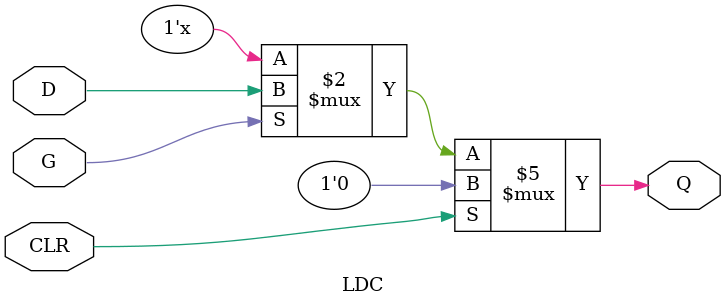
<source format=v>

/*

FUNCTION    : D-LATCH with async clear

*/

`celldefine
`timescale  100 ps / 10 ps

module LDC (Q, CLR, D, G);

    parameter INIT = 1'b0;

    output Q;
    reg    Q;

    input  CLR, D, G;

    always @( CLR or D or G)
        if (CLR)
        Q <= 0;
        else if (G)
        Q <= D;

endmodule

</source>
